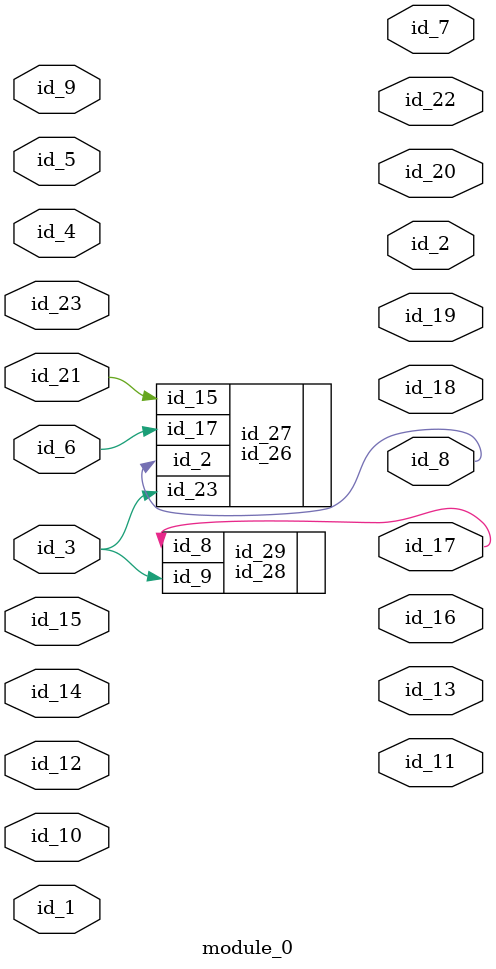
<source format=v>
`timescale 1ps / 1 ps
module module_0 (
    id_1,
    id_2,
    id_3,
    id_4,
    id_5,
    id_6,
    id_7,
    id_8,
    id_9,
    id_10,
    id_11,
    id_12,
    id_13,
    id_14,
    id_15,
    id_16,
    id_17,
    id_18,
    id_19,
    id_20,
    id_21,
    id_22,
    id_23
);
  input id_23;
  output id_22;
  input id_21;
  output id_20;
  output id_19;
  output id_18;
  output id_17;
  output id_16;
  input id_15;
  input id_14;
  output id_13;
  input id_12;
  output id_11;
  input id_10;
  input id_9;
  output id_8;
  output id_7;
  input id_6;
  input id_5;
  input id_4;
  input id_3;
  output id_2;
  input id_1;
  id_24 id_25 (
      .id_3 (id_10),
      .id_22(id_10)
  );
  id_26 id_27 (
      .id_2 (id_8),
      .id_15(id_21),
      .id_23(id_3),
      .id_17(id_6)
  );
  id_28 id_29 (
      .id_9(id_3),
      .id_8(id_17)
  );
endmodule

</source>
